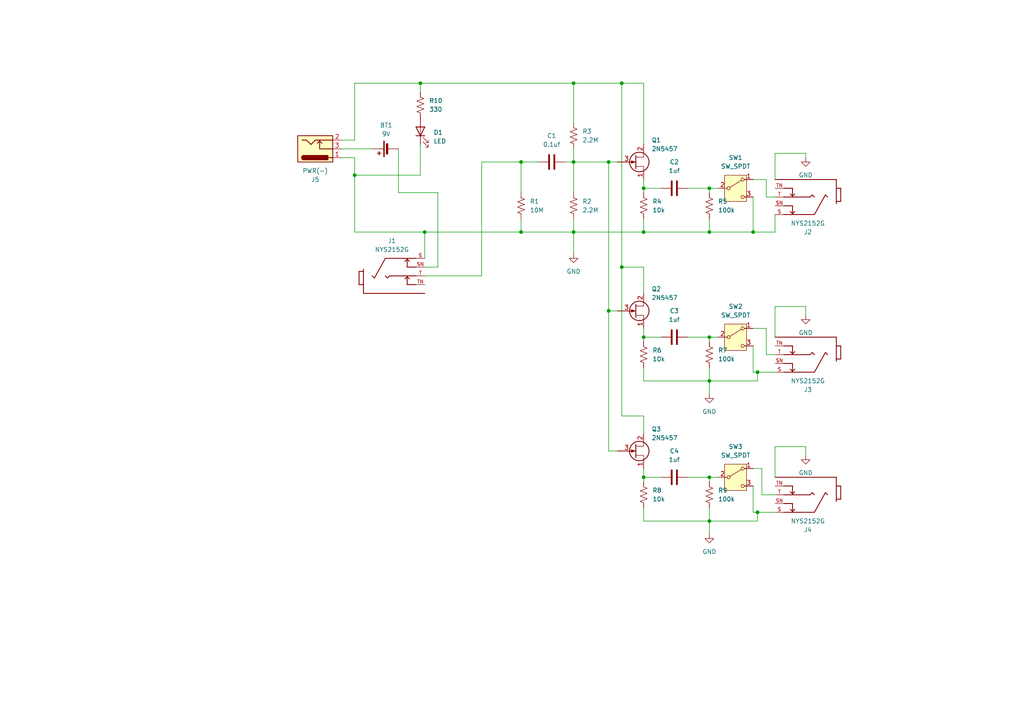
<source format=kicad_sch>
(kicad_sch (version 20250114) (generator "eeschema") (generator_version "9.0")
  (paper "A4")
  (title_block (title "Buffered Audio Splitter") (date "2025-10-14") (rev "v1") (company "JPMac Creations"))
  (lib_symbols
    (symbol "Connector:Barrel_Jack_Switch" (pin_names (hide yes))
      (property "Reference" "J" (at 0 5.334 0))
      (property "Value" "Barrel_Jack_Switch" (at 0 -5.08 0))
      (symbol "Barrel_Jack_Switch_0_1"
        (rectangle (start -5.08 3.81) (end 5.08 -3.81) (stroke (width 0.254)) (fill (type background)))
        (polyline (pts (xy -3.81 -2.54) (xy -2.54 -2.54) (xy -1.27 -1.27) (xy 0 -2.54) (xy 2.54 -2.54) (xy 5.08 -2.54)) (stroke (width 0.254)))
        (arc (start -3.302 1.905) (mid -3.9343 2.54) (end -3.302 3.175) (stroke (width 0.254)))
        (arc (start -3.302 1.905) (mid -3.9343 2.54) (end -3.302 3.175) (stroke (width 0.254)) (fill (type outline)))
        (polyline (pts (xy 1.27 -2.286) (xy 1.905 -1.651)) (stroke (width 0.254)))
        (rectangle (start 3.683 3.175) (end -3.302 1.905) (stroke (width 0.254)) (fill (type outline)))
        (polyline (pts (xy 5.08 2.54) (xy 3.81 2.54)) (stroke (width 0.254)))
        (polyline (pts (xy 5.08 0) (xy 1.27 0) (xy 1.27 -2.286) (xy 0.635 -1.651)) (stroke (width 0.254)))
      )
      (symbol "Barrel_Jack_Switch_1_1"
        (pin passive line (at 7.62 2.54 180) (length 2.54) (name "~") (number "1"))
        (pin passive line (at 7.62 0 180) (length 2.54) (name "~") (number "3"))
        (pin passive line (at 7.62 -2.54 180) (length 2.54) (name "~") (number "2"))
      )
    )
    (symbol "Device:Battery_Cell" (pin_numbers (hide yes)) (pin_names (offset 0) (hide yes))
      (property "Reference" "BT" (at 2.54 2.54 0))
      (property "Value" "Battery_Cell" (at 2.54 0 0))
      (symbol "Battery_Cell_0_1"
        (rectangle (start -2.286 1.778) (end 2.286 1.524) (fill (type outline)))
        (rectangle (start -1.524 1.016) (end 1.524 0.508) (fill (type outline)))
        (polyline (pts (xy 0 1.778) (xy 0 2.54)))
        (polyline (pts (xy 0 0.762) (xy 0 0)))
        (polyline (pts (xy 0.762 3.048) (xy 1.778 3.048)) (stroke (width 0.254)))
        (polyline (pts (xy 1.27 3.556) (xy 1.27 2.54)) (stroke (width 0.254)))
      )
      (symbol "Battery_Cell_1_1"
        (pin passive line (at 0 5.08 270) (length 2.54) (name "+") (number "1"))
        (pin passive line (at 0 -2.54 90) (length 2.54) (name "-") (number "2"))
      )
    )
    (symbol "Device:C" (pin_numbers (hide yes)) (pin_names (offset 0.254))
      (property "Reference" "C" (at 0.635 2.54 0))
      (property "Value" "C" (at 0.635 -2.54 0))
      (symbol "C_0_1"
        (polyline (pts (xy -2.032 0.762) (xy 2.032 0.762)) (stroke (width 0.508)))
        (polyline (pts (xy -2.032 -0.762) (xy 2.032 -0.762)) (stroke (width 0.508)))
      )
      (symbol "C_1_1"
        (pin passive line (at 0 3.81 270) (length 2.794) (name "~") (number "1"))
        (pin passive line (at 0 -3.81 90) (length 2.794) (name "~") (number "2"))
      )
    )
    (symbol "Device:LED" (pin_numbers (hide yes)) (pin_names (offset 1.016) (hide yes))
      (property "Reference" "D" (at 0 2.54 0))
      (property "Value" "LED" (at 0 -2.54 0))
      (symbol "LED_0_1"
        (polyline (pts (xy -3.048 -0.762) (xy -4.572 -2.286) (xy -3.81 -2.286) (xy -4.572 -2.286) (xy -4.572 -1.524)))
        (polyline (pts (xy -1.778 -0.762) (xy -3.302 -2.286) (xy -2.54 -2.286) (xy -3.302 -2.286) (xy -3.302 -1.524)))
        (polyline (pts (xy -1.27 0) (xy 1.27 0)))
        (polyline (pts (xy -1.27 -1.27) (xy -1.27 1.27)) (stroke (width 0.254)))
        (polyline (pts (xy 1.27 -1.27) (xy 1.27 1.27) (xy -1.27 0) (xy 1.27 -1.27)) (stroke (width 0.254)))
      )
      (symbol "LED_1_1"
        (pin passive line (at -3.81 0 0) (length 2.54) (name "K") (number "1"))
        (pin passive line (at 3.81 0 180) (length 2.54) (name "A") (number "2"))
      )
    )
    (symbol "Device:Q_NJFET_SDG" (pin_names (offset 0) (hide yes))
      (property "Reference" "Q" (at 5.08 1.27 0))
      (property "Value" "Q_NJFET_SDG" (at 5.08 -1.27 0))
      (symbol "Q_NJFET_SDG_0_1"
        (polyline (pts (xy 0 0) (xy -1.016 0.381) (xy -1.016 -0.381) (xy 0 0)) (fill (type outline)))
        (polyline (pts (xy 0.254 1.905) (xy 0.254 -1.905) (xy 0.254 -1.905)) (stroke (width 0.254)))
        (circle (center 1.27 0) (radius 2.8194) (stroke (width 0.254)))
        (polyline (pts (xy 2.54 2.54) (xy 2.54 1.397) (xy 0.254 1.397)))
        (polyline (pts (xy 2.54 -2.54) (xy 2.54 -1.27) (xy 0.254 -1.27)))
      )
      (symbol "Q_NJFET_SDG_1_1"
        (pin input line (at -5.08 0 0) (length 5.334) (name "G") (number "3"))
        (pin passive line (at 2.54 5.08 270) (length 2.54) (name "D") (number "2"))
        (pin passive line (at 2.54 -5.08 90) (length 2.54) (name "S") (number "1"))
      )
    )
    (symbol "Device:R_US" (pin_numbers (hide yes)) (pin_names (offset 0))
      (property "Reference" "R" (at 2.54 0 90))
      (property "Value" "R_US" (at -2.54 0 90))
      (symbol "R_US_0_1"
        (polyline (pts (xy 0 2.286) (xy 0 2.54)))
        (polyline (pts (xy 0 2.286) (xy 1.016 1.905) (xy 0 1.524) (xy -1.016 1.143) (xy 0 0.762)))
        (polyline (pts (xy 0 0.762) (xy 1.016 0.381) (xy 0 0) (xy -1.016 -0.381) (xy 0 -0.762)))
        (polyline (pts (xy 0 -0.762) (xy 1.016 -1.143) (xy 0 -1.524) (xy -1.016 -1.905) (xy 0 -2.286)))
        (polyline (pts (xy 0 -2.286) (xy 0 -2.54)))
      )
      (symbol "R_US_1_1"
        (pin passive line (at 0 3.81 270) (length 1.27) (name "~") (number "1"))
        (pin passive line (at 0 -3.81 90) (length 1.27) (name "~") (number "2"))
      )
    )
    (symbol "NYS2152G:NYS2152G" (pin_names (offset 1.016))
      (property "Reference" "J" (at -7.62 -7.62 0))
      (property "Value" "NYS2152G" (at -7.62 5.842 0))
      (symbol "NYS2152G_0_0"
        (polyline (pts (xy -8.89 1.27) (xy -8.89 -2.54)) (stroke (width 0.254)))
        (polyline (pts (xy -8.89 -2.54) (xy -7.62 -2.54)) (stroke (width 0.254)))
        (polyline (pts (xy -7.62 1.27) (xy -8.89 1.27)) (stroke (width 0.254)))
        (polyline (pts (xy -7.62 1.27) (xy -7.62 1.905)) (stroke (width 0.254)))
        (polyline (pts (xy -7.62 -2.54) (xy -7.62 1.27)) (stroke (width 0.254)))
        (polyline (pts (xy -7.62 -5.08) (xy -7.62 -2.54)) (stroke (width 0.254)))
        (polyline (pts (xy -4.445 -0.635) (xy -5.08 0)) (stroke (width 0.254)))
        (polyline (pts (xy -1.27 5.08) (xy -4.445 -0.635)) (stroke (width 0.254)))
        (polyline (pts (xy -0.635 -0.635) (xy -1.27 0)) (stroke (width 0.254)))
        (polyline (pts (xy 0 0) (xy -0.635 -0.635)) (stroke (width 0.254)))
        (polyline (pts (xy 5.08 4.826) (xy 4.445 4.191)) (stroke (width 0.254)))
        (polyline (pts (xy 5.08 4.826) (xy 5.08 2.54)) (stroke (width 0.254)))
        (polyline (pts (xy 5.08 4.826) (xy 5.715 4.191)) (stroke (width 0.254)))
        (polyline (pts (xy 5.08 -0.254) (xy 4.445 -0.889)) (stroke (width 0.254)))
        (polyline (pts (xy 5.08 -0.254) (xy 5.08 -2.54)) (stroke (width 0.254)))
        (polyline (pts (xy 5.08 -0.254) (xy 5.715 -0.889)) (stroke (width 0.254)))
        (polyline (pts (xy 7.62 5.08) (xy -1.27 5.08)) (stroke (width 0.254)))
        (polyline (pts (xy 7.62 2.54) (xy 5.08 2.54)) (stroke (width 0.254)))
        (polyline (pts (xy 7.62 0) (xy 0 0)) (stroke (width 0.254)))
        (polyline (pts (xy 7.62 -2.54) (xy 5.08 -2.54)) (stroke (width 0.254)))
        (polyline (pts (xy 10.16 -5.08) (xy -7.62 -5.08)) (stroke (width 0.254)))
        (pin passive line (at 10.16 5.08 180) (length 2.54) (name "~") (number "S"))
        (pin passive line (at 10.16 2.54 180) (length 2.54) (name "~") (number "SN"))
        (pin passive line (at 10.16 0 180) (length 2.54) (name "~") (number "T"))
        (pin passive line (at 10.16 -2.54 180) (length 2.54) (name "~") (number "TN"))
      )
    )
    (symbol "Switch:SW_SPDT" (pin_names (offset 0) (hide yes))
      (property "Reference" "SW" (at 0 5.08 0))
      (property "Value" "SW_SPDT" (at 0 -5.08 0))
      (symbol "SW_SPDT_0_1"
        (circle (center -2.032 0) (radius 0.4572))
        (polyline (pts (xy -1.651 0.254) (xy 1.651 2.286)))
        (circle (center 2.032 2.54) (radius 0.4572))
        (circle (center 2.032 -2.54) (radius 0.4572))
      )
      (symbol "SW_SPDT_1_1"
        (rectangle (start -3.175 3.81) (end 3.175 -3.81) (fill (type background)))
        (pin passive line (at -5.08 0 0) (length 2.54) (name "B") (number "2"))
        (pin passive line (at 5.08 2.54 180) (length 2.54) (name "A") (number "1"))
        (pin passive line (at 5.08 -2.54 180) (length 2.54) (name "C") (number "3"))
      )
    )
    (symbol "power:GND" (power) (pin_numbers (hide yes)) (pin_names (offset 0) (hide yes))
      (property "Value" "GND" (at 0 -3.81 0))
      (symbol "GND_0_1"
        (polyline (pts (xy 0 0) (xy 0 -1.27) (xy 1.27 -1.27) (xy 0 -2.54) (xy -1.27 -1.27) (xy 0 -1.27)))
      )
      (symbol "GND_1_1"
        (pin power_in line (at 0 0 270) (length 0) (name "~") (number "1"))
      )
    )
  )
  (junction (at 219.71 148.59))
  (junction (at 166.37 46.99))
  (junction (at 205.74 67.31))
  (junction (at 166.37 67.31))
  (junction (at 180.34 24.13))
  (junction (at 219.71 107.95))
  (junction (at 205.74 110.49))
  (junction (at 186.69 54.61))
  (junction (at 180.34 77.47))
  (junction (at 205.74 54.61))
  (junction (at 205.74 151.13))
  (junction (at 218.44 67.31))
  (junction (at 123.19 67.31))
  (junction (at 151.13 46.99))
  (junction (at 121.92 24.13))
  (junction (at 102.87 50.8))
  (junction (at 176.53 90.17))
  (junction (at 176.53 46.99))
  (junction (at 186.69 97.79))
  (junction (at 186.69 138.43))
  (junction (at 151.13 67.31))
  (junction (at 205.74 97.79))
  (junction (at 166.37 24.13))
  (junction (at 205.74 138.43))
  (junction (at 186.69 67.31))
  (wire (pts (xy 199.39 97.79) (xy 205.74 97.79)))
  (wire (pts (xy 205.74 97.79) (xy 205.74 99.06)))
  (wire (pts (xy 151.13 46.99) (xy 151.13 55.88)))
  (wire (pts (xy 139.7 80.01) (xy 139.7 46.99)))
  (wire (pts (xy 186.69 138.43) (xy 191.77 138.43)))
  (wire (pts (xy 186.69 95.25) (xy 186.69 97.79)))
  (wire (pts (xy 123.19 80.01) (xy 139.7 80.01)))
  (wire (pts (xy 186.69 110.49) (xy 205.74 110.49)))
  (wire (pts (xy 218.44 67.31) (xy 224.79 67.31)))
  (wire (pts (xy 186.69 106.68) (xy 186.69 110.49)))
  (wire (pts (xy 205.74 54.61) (xy 208.28 54.61)))
  (wire (pts (xy 222.25 102.87) (xy 224.79 102.87)))
  (wire (pts (xy 176.53 46.99) (xy 179.07 46.99)))
  (wire (pts (xy 166.37 24.13) (xy 180.34 24.13)))
  (wire (pts (xy 186.69 151.13) (xy 205.74 151.13)))
  (wire (pts (xy 179.07 90.17) (xy 176.53 90.17)))
  (wire (pts (xy 102.87 50.8) (xy 121.92 50.8)))
  (wire (pts (xy 205.74 106.68) (xy 205.74 110.49)))
  (wire (pts (xy 102.87 24.13) (xy 121.92 24.13)))
  (wire (pts (xy 218.44 140.97) (xy 218.44 148.59)))
  (wire (pts (xy 123.19 67.31) (xy 151.13 67.31)))
  (wire (pts (xy 180.34 24.13) (xy 186.69 24.13)))
  (wire (pts (xy 102.87 40.64) (xy 99.06 40.64)))
  (wire (pts (xy 205.74 138.43) (xy 205.74 139.7)))
  (wire (pts (xy 205.74 138.43) (xy 208.28 138.43)))
  (wire (pts (xy 224.79 138.43) (xy 224.79 129.54)))
  (wire (pts (xy 166.37 46.99) (xy 166.37 55.88)))
  (wire (pts (xy 222.25 57.15) (xy 224.79 57.15)))
  (wire (pts (xy 127 55.88) (xy 127 77.47)))
  (wire (pts (xy 205.74 110.49) (xy 219.71 110.49)))
  (wire (pts (xy 186.69 97.79) (xy 191.77 97.79)))
  (wire (pts (xy 186.69 120.65) (xy 186.69 125.73)))
  (wire (pts (xy 166.37 43.18) (xy 166.37 46.99)))
  (wire (pts (xy 205.74 54.61) (xy 205.74 55.88)))
  (wire (pts (xy 121.92 41.91) (xy 121.92 50.8)))
  (wire (pts (xy 224.79 143.51) (xy 220.98 143.51)))
  (wire (pts (xy 139.7 46.99) (xy 151.13 46.99)))
  (wire (pts (xy 219.71 110.49) (xy 219.71 107.95)))
  (wire (pts (xy 166.37 67.31) (xy 186.69 67.31)))
  (wire (pts (xy 222.25 52.07) (xy 222.25 57.15)))
  (wire (pts (xy 121.92 26.67) (xy 121.92 24.13)))
  (wire (pts (xy 115.57 43.18) (xy 115.57 55.88)))
  (wire (pts (xy 224.79 52.07) (xy 224.79 44.45)))
  (wire (pts (xy 121.92 24.13) (xy 166.37 24.13)))
  (wire (pts (xy 186.69 54.61) (xy 186.69 55.88)))
  (wire (pts (xy 123.19 67.31) (xy 123.19 74.93)))
  (wire (pts (xy 233.68 88.9) (xy 233.68 91.44)))
  (wire (pts (xy 218.44 100.33) (xy 218.44 107.95)))
  (wire (pts (xy 186.69 41.91) (xy 186.69 24.13)))
  (wire (pts (xy 179.07 130.81) (xy 176.53 130.81)))
  (wire (pts (xy 186.69 120.65) (xy 180.34 120.65)))
  (wire (pts (xy 186.69 77.47) (xy 186.69 85.09)))
  (wire (pts (xy 99.06 45.72) (xy 102.87 45.72)))
  (wire (pts (xy 205.74 67.31) (xy 218.44 67.31)))
  (wire (pts (xy 218.44 52.07) (xy 222.25 52.07)))
  (wire (pts (xy 186.69 138.43) (xy 186.69 139.7)))
  (wire (pts (xy 127 77.47) (xy 123.19 77.47)))
  (wire (pts (xy 205.74 63.5) (xy 205.74 67.31)))
  (wire (pts (xy 199.39 138.43) (xy 205.74 138.43)))
  (wire (pts (xy 186.69 63.5) (xy 186.69 67.31)))
  (wire (pts (xy 186.69 77.47) (xy 180.34 77.47)))
  (wire (pts (xy 99.06 43.18) (xy 107.95 43.18)))
  (wire (pts (xy 199.39 54.61) (xy 205.74 54.61)))
  (wire (pts (xy 151.13 63.5) (xy 151.13 67.31)))
  (wire (pts (xy 166.37 46.99) (xy 176.53 46.99)))
  (wire (pts (xy 166.37 24.13) (xy 166.37 35.56)))
  (wire (pts (xy 205.74 151.13) (xy 219.71 151.13)))
  (wire (pts (xy 224.79 44.45) (xy 233.68 44.45)))
  (wire (pts (xy 233.68 44.45) (xy 233.68 45.72)))
  (wire (pts (xy 156.21 46.99) (xy 151.13 46.99)))
  (wire (pts (xy 180.34 120.65) (xy 180.34 77.47)))
  (wire (pts (xy 186.69 54.61) (xy 191.77 54.61)))
  (wire (pts (xy 176.53 46.99) (xy 176.53 90.17)))
  (wire (pts (xy 166.37 63.5) (xy 166.37 67.31)))
  (wire (pts (xy 224.79 97.79) (xy 224.79 88.9)))
  (wire (pts (xy 166.37 67.31) (xy 166.37 73.66)))
  (wire (pts (xy 151.13 67.31) (xy 166.37 67.31)))
  (wire (pts (xy 224.79 88.9) (xy 233.68 88.9)))
  (wire (pts (xy 205.74 97.79) (xy 208.28 97.79)))
  (wire (pts (xy 219.71 107.95) (xy 224.79 107.95)))
  (wire (pts (xy 205.74 151.13) (xy 205.74 154.94)))
  (wire (pts (xy 224.79 67.31) (xy 224.79 62.23)))
  (wire (pts (xy 220.98 143.51) (xy 220.98 135.89)))
  (wire (pts (xy 186.69 135.89) (xy 186.69 138.43)))
  (wire (pts (xy 186.69 147.32) (xy 186.69 151.13)))
  (wire (pts (xy 102.87 24.13) (xy 102.87 40.64)))
  (wire (pts (xy 218.44 57.15) (xy 218.44 67.31)))
  (wire (pts (xy 176.53 90.17) (xy 176.53 130.81)))
  (wire (pts (xy 218.44 107.95) (xy 219.71 107.95)))
  (wire (pts (xy 205.74 147.32) (xy 205.74 151.13)))
  (wire (pts (xy 186.69 52.07) (xy 186.69 54.61)))
  (wire (pts (xy 218.44 95.25) (xy 222.25 95.25)))
  (wire (pts (xy 205.74 110.49) (xy 205.74 114.3)))
  (wire (pts (xy 102.87 67.31) (xy 123.19 67.31)))
  (wire (pts (xy 222.25 95.25) (xy 222.25 102.87)))
  (wire (pts (xy 186.69 97.79) (xy 186.69 99.06)))
  (wire (pts (xy 115.57 55.88) (xy 127 55.88)))
  (wire (pts (xy 218.44 135.89) (xy 220.98 135.89)))
  (wire (pts (xy 186.69 67.31) (xy 205.74 67.31)))
  (wire (pts (xy 224.79 129.54) (xy 233.68 129.54)))
  (wire (pts (xy 163.83 46.99) (xy 166.37 46.99)))
  (wire (pts (xy 219.71 148.59) (xy 224.79 148.59)))
  (wire (pts (xy 102.87 45.72) (xy 102.87 50.8)))
  (wire (pts (xy 180.34 24.13) (xy 180.34 77.47)))
  (wire (pts (xy 218.44 148.59) (xy 219.71 148.59)))
  (wire (pts (xy 102.87 50.8) (xy 102.87 67.31)))
  (wire (pts (xy 219.71 151.13) (xy 219.71 148.59)))
  (wire (pts (xy 233.68 129.54) (xy 233.68 132.08)))
  (label "" (at 102.87 50.8 0))
  (label "" (at 166.37 67.31 0))
  (label "" (at 205.74 110.49 0))
  (symbol (lib_id "Switch:SW_SPDT") (at 213.36 138.43 0) (unit 1)
    (property "Reference" "SW3" (at 213.36 129.54 0))
    (property "Value" "SW_SPDT" (at 213.36 132.08 0))
    (property "Footprint" "Button_Switch_THT:PushButton Switch" (effects (hide yes)))
    (property "Description" "Single Pole Single Throw (SPST) switch" (effects (hide yes)))
  )
  (symbol (lib_id "Device:Q_NJFET_SDG") (at 184.15 90.17 0) (unit 1)
    (property "Reference" "Q2" (at 188.976 83.82 0) (effects (justify left)))
    (property "Value" "2N5457" (at 188.976 86.36 0) (effects (justify left)))
    (property "Footprint" "Package_TO_SOT_SMD:SOT-23-3" (effects (hide yes)))
    (property "Datasheet" "https://mm.digikey.com/Volume0/opasdata/d220001/medias/docus/2440/2N5457-59%2C%20MMBF5457-59.pdf?_gl=1*1a42i26*_up*MQ..*_gs*MQ..&gclid=Cj0KCQjw6bfHBhDNARIsAIGsqLhGwAoVUfb12fDAuOmdArTfoGw28zbAmGvJgdRm4bQxum6IVK__V0QaAjJAEALw_wcB&gclsrc=aw.ds&gbraid=0AAAAADrbLljiENkc2jh3CTGWpZdQuZ6Ts" (effects (hide yes)))
    (property "Description" "N-JFET transistor, source/drain/gate" (effects (hide yes)))
  )
  (symbol (lib_id "Device:R_US") (at 151.13 59.69 0) (unit 1)
    (property "Reference" "R1" (at 153.67 58.4199 0) (effects (justify left)))
    (property "Value" "10M" (at 153.67 60.9599 0) (effects (justify left)))
    (property "Footprint" "Resistor_SMD:R_1206_3216Metric_Pad1.30x1.75mm_HandSolder" (effects (hide yes)))
    (property "Description" "Resistor, US symbol" (effects (hide yes)))
  )
  (symbol (lib_id "NYS2152G:NYS2152G") (at 234.95 143.51 180) (unit 1)
    (property "Reference" "J4" (at 234.315 153.67 0))
    (property "Value" "NYS2152G" (at 234.315 151.13 0))
    (property "Footprint" "NYS2152G:REAN_NYS2152G" (effects (hide yes)))
    (property "MF" "Neutrik" (effects (hide yes)))
    (property "MAXIMUM_PACKAGE_HEIGHT" "15.85mm" (effects (hide yes)))
    (property "Package" "None" (effects (hide yes)))
    (property "Price" "None" (effects (hide yes)))
    (property "Check_prices" "https://www.snapeda.com/parts/NYS2152G/Neutrik/view-part/?ref=eda" (effects (hide yes)))
    (property "STANDARD" "Manufacturer Recommendations" (effects (hide yes)))
    (property "PARTREV" "2015.06.01" (effects (hide yes)))
    (property "SnapEDA_Link" "https://www.snapeda.com/parts/NYS2152G/Neutrik/view-part/?ref=snap" (effects (hide yes)))
    (property "MP" "NYS2152G" (effects (hide yes)))
    (property "Description_1" "Rean Jack 1/4 mono - PCBH - chrome ferrule and nut- gold contacts | Neutrik NYS2152G" (effects (hide yes)))
    (property "Availability" "In Stock" (effects (hide yes)))
    (property "MANUFACTURER" "Rean" (effects (hide yes)))
  )
  (symbol (lib_id "Device:Q_NJFET_SDG") (at 184.15 130.81 0) (unit 1)
    (property "Reference" "Q3" (at 188.976 124.46 0) (effects (justify left)))
    (property "Value" "2N5457" (at 188.976 127 0) (effects (justify left)))
    (property "Footprint" "Package_TO_SOT_SMD:SOT-23-3" (effects (hide yes)))
    (property "Datasheet" "https://mm.digikey.com/Volume0/opasdata/d220001/medias/docus/2440/2N5457-59%2C%20MMBF5457-59.pdf?_gl=1*1a42i26*_up*MQ..*_gs*MQ..&gclid=Cj0KCQjw6bfHBhDNARIsAIGsqLhGwAoVUfb12fDAuOmdArTfoGw28zbAmGvJgdRm4bQxum6IVK__V0QaAjJAEALw_wcB&gclsrc=aw.ds&gbraid=0AAAAADrbLljiENkc2jh3CTGWpZdQuZ6Ts" (effects (hide yes)))
    (property "Description" "N-JFET transistor, source/drain/gate" (effects (hide yes)))
  )
  (symbol (lib_id "Switch:SW_SPDT") (at 213.36 54.61 0) (unit 1)
    (property "Reference" "SW1" (at 213.36 45.72 0))
    (property "Value" "SW_SPDT" (at 213.36 48.26 0))
    (property "Footprint" "Button_Switch_THT:PushButton Switch" (effects (hide yes)))
    (property "Description" "Single Pole Single Throw (SPST) switch" (effects (hide yes)))
  )
  (symbol (lib_id "Device:C") (at 195.58 97.79 270) (unit 1)
    (property "Reference" "C3" (at 195.58 90.17 90))
    (property "Value" "1uf" (at 195.58 92.71 90))
    (property "Footprint" "Capacitor_SMD:C_1206_3216Metric_Pad1.33x1.80mm_HandSolder" (effects (hide yes)))
    (property "Description" "Unpolarized capacitor" (effects (hide yes)))
  )
  (symbol (lib_id "Device:C") (at 195.58 54.61 270) (unit 1)
    (property "Reference" "C2" (at 195.58 46.99 90))
    (property "Value" "1uf" (at 195.58 49.53 90))
    (property "Footprint" "Capacitor_SMD:C_1206_3216Metric_Pad1.33x1.80mm_HandSolder" (effects (hide yes)))
    (property "Description" "Unpolarized capacitor" (effects (hide yes)))
  )
  (symbol (lib_id "power:GND") (at 233.68 132.08 0) (unit 1)
    (property "Reference" "#PWR01" (effects (hide yes)))
    (property "Value" "GND" (at 233.68 137.16 0))
    (property "Description" "Power symbol creates a global label with name \"GND\" , ground" (effects (hide yes)))
  )
  (symbol (lib_id "Device:R_US") (at 186.69 102.87 0) (unit 1)
    (property "Reference" "R6" (at 189.23 101.5999 0) (effects (justify left)))
    (property "Value" "10k" (at 189.23 104.1399 0) (effects (justify left)))
    (property "Footprint" "Resistor_SMD:R_1206_3216Metric_Pad1.30x1.75mm_HandSolder" (effects (hide yes)))
    (property "Description" "Resistor, US symbol" (effects (hide yes)))
  )
  (symbol (lib_id "power:GND") (at 233.68 45.72 0) (unit 1)
    (property "Reference" "#PWR04" (effects (hide yes)))
    (property "Value" "GND" (at 233.68 50.8 0))
    (property "Description" "Power symbol creates a global label with name \"GND\" , ground" (effects (hide yes)))
  )
  (symbol (lib_id "NYS2152G:NYS2152G") (at 234.95 102.87 180) (unit 1)
    (property "Reference" "J3" (at 234.315 113.03 0))
    (property "Value" "NYS2152G" (at 234.315 110.49 0))
    (property "Footprint" "NYS2152G:REAN_NYS2152G" (effects (hide yes)))
    (property "MF" "Neutrik" (effects (hide yes)))
    (property "MAXIMUM_PACKAGE_HEIGHT" "15.85mm" (effects (hide yes)))
    (property "Package" "None" (effects (hide yes)))
    (property "Price" "None" (effects (hide yes)))
    (property "Check_prices" "https://www.snapeda.com/parts/NYS2152G/Neutrik/view-part/?ref=eda" (effects (hide yes)))
    (property "STANDARD" "Manufacturer Recommendations" (effects (hide yes)))
    (property "PARTREV" "2015.06.01" (effects (hide yes)))
    (property "SnapEDA_Link" "https://www.snapeda.com/parts/NYS2152G/Neutrik/view-part/?ref=snap" (effects (hide yes)))
    (property "MP" "NYS2152G" (effects (hide yes)))
    (property "Description_1" "Rean Jack 1/4 mono - PCBH - chrome ferrule and nut- gold contacts | Neutrik NYS2152G" (effects (hide yes)))
    (property "Availability" "In Stock" (effects (hide yes)))
    (property "MANUFACTURER" "Rean" (effects (hide yes)))
  )
  (symbol (lib_id "Device:R_US") (at 186.69 143.51 0) (unit 1)
    (property "Reference" "R8" (at 189.23 142.2399 0) (effects (justify left)))
    (property "Value" "10k" (at 189.23 144.7799 0) (effects (justify left)))
    (property "Footprint" "Resistor_SMD:R_1206_3216Metric_Pad1.30x1.75mm_HandSolder" (effects (hide yes)))
    (property "Description" "Resistor, US symbol" (effects (hide yes)))
  )
  (symbol (lib_id "NYS2152G:NYS2152G") (at 113.03 80.01 0) (unit 1)
    (property "Reference" "J1" (at 113.665 69.85 0))
    (property "Value" "NYS2152G" (at 113.665 72.39 0))
    (property "Footprint" "NYS2152G:REAN_NYS2152G" (effects (hide yes)))
    (property "MF" "Neutrik" (effects (hide yes)))
    (property "MAXIMUM_PACKAGE_HEIGHT" "15.85mm" (effects (hide yes)))
    (property "Package" "None" (effects (hide yes)))
    (property "Price" "None" (effects (hide yes)))
    (property "Check_prices" "https://www.snapeda.com/parts/NYS2152G/Neutrik/view-part/?ref=eda" (effects (hide yes)))
    (property "STANDARD" "Manufacturer Recommendations" (effects (hide yes)))
    (property "PARTREV" "2015.06.01" (effects (hide yes)))
    (property "SnapEDA_Link" "https://www.snapeda.com/parts/NYS2152G/Neutrik/view-part/?ref=snap" (effects (hide yes)))
    (property "MP" "NYS2152G" (effects (hide yes)))
    (property "Description_1" "Rean Jack 1/4 mono - PCBH - chrome ferrule and nut- gold contacts | Neutrik NYS2152G" (effects (hide yes)))
    (property "Availability" "In Stock" (effects (hide yes)))
    (property "MANUFACTURER" "Rean" (effects (hide yes)))
  )
  (symbol (lib_id "Device:R_US") (at 205.74 102.87 0) (unit 1)
    (property "Reference" "R7" (at 208.28 101.5999 0) (effects (justify left)))
    (property "Value" "100k" (at 208.28 104.1399 0) (effects (justify left)))
    (property "Footprint" "Resistor_SMD:R_1206_3216Metric_Pad1.30x1.75mm_HandSolder" (effects (hide yes)))
    (property "Description" "Resistor, US symbol" (effects (hide yes)))
  )
  (symbol (lib_id "Device:Battery_Cell") (at 113.03 43.18 90) (mirror x) (unit 1)
    (property "Reference" "BT1" (at 112.014 36.322 90))
    (property "Value" "9V" (at 112.014 38.862 90))
    (property "Footprint" "Connector_PinHeader_2.54mm:PinHeader_1x02_P2.54mm_Vertical" (effects (hide yes)))
    (property "Description" "Single-cell battery" (effects (hide yes)))
  )
  (symbol (lib_id "Device:R_US") (at 166.37 39.37 0) (unit 1)
    (property "Reference" "R3" (at 168.91 38.0999 0) (effects (justify left)))
    (property "Value" "2.2M" (at 168.91 40.6399 0) (effects (justify left)))
    (property "Footprint" "Resistor_SMD:R_1206_3216Metric_Pad1.30x1.75mm_HandSolder" (effects (hide yes)))
    (property "Description" "Resistor, US symbol" (effects (hide yes)))
  )
  (symbol (lib_id "Switch:SW_SPDT") (at 213.36 97.79 0) (unit 1)
    (property "Reference" "SW2" (at 213.36 88.9 0))
    (property "Value" "SW_SPDT" (at 213.36 91.44 0))
    (property "Footprint" "Button_Switch_THT:PushButton Switch" (effects (hide yes)))
    (property "Description" "Single Pole Single Throw (SPST) switch" (effects (hide yes)))
  )
  (symbol (lib_id "Device:C") (at 195.58 138.43 270) (unit 1)
    (property "Reference" "C4" (at 195.58 130.81 90))
    (property "Value" "1uf" (at 195.58 133.35 90))
    (property "Footprint" "Capacitor_SMD:C_1206_3216Metric_Pad1.33x1.80mm_HandSolder" (effects (hide yes)))
    (property "Description" "Unpolarized capacitor" (effects (hide yes)))
  )
  (symbol (lib_id "Device:R_US") (at 121.92 30.48 0) (unit 1)
    (property "Reference" "R10" (at 124.46 29.2099 0) (effects (justify left)))
    (property "Value" "330" (at 124.46 31.7499 0) (effects (justify left)))
    (property "Footprint" "Resistor_SMD:R_1206_3216Metric_Pad1.30x1.75mm_HandSolder" (effects (hide yes)))
    (property "Description" "Resistor, US symbol" (effects (hide yes)))
  )
  (symbol (lib_id "Device:R_US") (at 205.74 59.69 0) (unit 1)
    (property "Reference" "R5" (at 208.28 58.4199 0) (effects (justify left)))
    (property "Value" "100k" (at 208.28 60.9599 0) (effects (justify left)))
    (property "Footprint" "Resistor_SMD:R_1206_3216Metric_Pad1.30x1.75mm_HandSolder" (effects (hide yes)))
    (property "Description" "Resistor, US symbol" (effects (hide yes)))
  )
  (symbol (lib_id "Connector:Barrel_Jack_Switch") (at 91.44 43.18 0) (mirror x) (unit 1)
    (property "Reference" "J5" (at 91.44 52.07 0))
    (property "Value" "PWR(-)" (at 91.44 49.53 0))
    (property "Footprint" "Connector_PinHeader_2.54mm:PinHeader_1x03_P2.54mm_Vertical" (effects (hide yes)))
    (property "Description" "DC Barrel Jack with an internal switch" (effects (hide yes)))
  )
  (symbol (lib_id "power:GND") (at 205.74 114.3 0) (unit 1)
    (property "Reference" "#PWR07" (effects (hide yes)))
    (property "Value" "GND" (at 205.74 119.38 0))
    (property "Description" "Power symbol creates a global label with name \"GND\" , ground" (effects (hide yes)))
  )
  (symbol (lib_id "Device:Q_NJFET_SDG") (at 184.15 46.99 0) (unit 1)
    (property "Reference" "Q1" (at 188.976 40.64 0) (effects (justify left)))
    (property "Value" "2N5457" (at 188.976 43.18 0) (effects (justify left)))
    (property "Footprint" "Package_TO_SOT_SMD:SOT-23-3" (effects (hide yes)))
    (property "Datasheet" "https://mm.digikey.com/Volume0/opasdata/d220001/medias/docus/2440/2N5457-59%2C%20MMBF5457-59.pdf?_gl=1*1a42i26*_up*MQ..*_gs*MQ..&gclid=Cj0KCQjw6bfHBhDNARIsAIGsqLhGwAoVUfb12fDAuOmdArTfoGw28zbAmGvJgdRm4bQxum6IVK__V0QaAjJAEALw_wcB&gclsrc=aw.ds&gbraid=0AAAAADrbLljiENkc2jh3CTGWpZdQuZ6Ts" (effects (hide yes)))
    (property "Description" "N-JFET transistor, source/drain/gate" (effects (hide yes)))
  )
  (symbol (lib_id "Device:C") (at 160.02 46.99 270) (unit 1)
    (property "Reference" "C1" (at 160.02 39.37 90))
    (property "Value" "0.1uf" (at 160.02 41.91 90))
    (property "Footprint" "Capacitor_SMD:C_1206_3216Metric_Pad1.33x1.80mm_HandSolder" (effects (hide yes)))
    (property "Description" "Unpolarized capacitor" (effects (hide yes)))
  )
  (symbol (lib_id "power:GND") (at 205.74 154.94 0) (unit 1)
    (property "Reference" "#PWR08" (effects (hide yes)))
    (property "Value" "GND" (at 205.74 160.02 0))
    (property "Description" "Power symbol creates a global label with name \"GND\" , ground" (effects (hide yes)))
  )
  (symbol (lib_id "Device:R_US") (at 205.74 143.51 0) (unit 1)
    (property "Reference" "R9" (at 208.28 142.2399 0) (effects (justify left)))
    (property "Value" "100k" (at 208.28 144.7799 0) (effects (justify left)))
    (property "Footprint" "Resistor_SMD:R_1206_3216Metric_Pad1.30x1.75mm_HandSolder" (effects (hide yes)))
    (property "Description" "Resistor, US symbol" (effects (hide yes)))
  )
  (symbol (lib_id "power:GND") (at 233.68 91.44 0) (unit 1)
    (property "Reference" "#PWR03" (effects (hide yes)))
    (property "Value" "GND" (at 233.68 96.52 0))
    (property "Description" "Power symbol creates a global label with name \"GND\" , ground" (effects (hide yes)))
  )
  (symbol (lib_id "Device:R_US") (at 166.37 59.69 0) (unit 1)
    (property "Reference" "R2" (at 168.91 58.4199 0) (effects (justify left)))
    (property "Value" "2.2M" (at 168.91 60.9599 0) (effects (justify left)))
    (property "Footprint" "Resistor_SMD:R_1206_3216Metric_Pad1.30x1.75mm_HandSolder" (effects (hide yes)))
    (property "Description" "Resistor, US symbol" (effects (hide yes)))
  )
  (symbol (lib_id "power:GND") (at 166.37 73.66 0) (unit 1)
    (property "Reference" "#PWR02" (effects (hide yes)))
    (property "Value" "GND" (at 166.37 78.74 0))
    (property "Description" "Power symbol creates a global label with name \"GND\" , ground" (effects (hide yes)))
  )
  (symbol (lib_id "Device:R_US") (at 186.69 59.69 0) (unit 1)
    (property "Reference" "R4" (at 189.23 58.4199 0) (effects (justify left)))
    (property "Value" "10k" (at 189.23 60.9599 0) (effects (justify left)))
    (property "Footprint" "Resistor_SMD:R_1206_3216Metric_Pad1.30x1.75mm_HandSolder" (effects (hide yes)))
    (property "Description" "Resistor, US symbol" (effects (hide yes)))
  )
  (symbol (lib_id "Device:LED") (at 121.92 38.1 90) (unit 1)
    (property "Reference" "D1" (at 125.73 38.4174 90) (effects (justify right)))
    (property "Value" "LED" (at 125.73 40.9574 90) (effects (justify right)))
    (property "Footprint" "LED_SMD:LED_1206_3216Metric_Pad1.42x1.75mm_HandSolder" (effects (hide yes)))
    (property "Description" "Light emitting diode" (effects (hide yes)))
    (property "Sim.Pins" "1=K 2=A" (effects (hide yes)))
  )
  (symbol (lib_id "NYS2152G:NYS2152G") (at 234.95 57.15 180) (unit 1)
    (property "Reference" "J2" (at 234.315 67.31 0))
    (property "Value" "NYS2152G" (at 234.315 64.77 0))
    (property "Footprint" "NYS2152G:REAN_NYS2152G" (effects (hide yes)))
    (property "MF" "Neutrik" (effects (hide yes)))
    (property "MAXIMUM_PACKAGE_HEIGHT" "15.85mm" (effects (hide yes)))
    (property "Package" "None" (effects (hide yes)))
    (property "Price" "None" (effects (hide yes)))
    (property "Check_prices" "https://www.snapeda.com/parts/NYS2152G/Neutrik/view-part/?ref=eda" (effects (hide yes)))
    (property "STANDARD" "Manufacturer Recommendations" (effects (hide yes)))
    (property "PARTREV" "2015.06.01" (effects (hide yes)))
    (property "SnapEDA_Link" "https://www.snapeda.com/parts/NYS2152G/Neutrik/view-part/?ref=snap" (effects (hide yes)))
    (property "MP" "NYS2152G" (effects (hide yes)))
    (property "Description_1" "Rean Jack 1/4 mono - PCBH - chrome ferrule and nut- gold contacts | Neutrik NYS2152G" (effects (hide yes)))
    (property "Availability" "In Stock" (effects (hide yes)))
    (property "MANUFACTURER" "Rean" (effects (hide yes)))
  )
)
</source>
